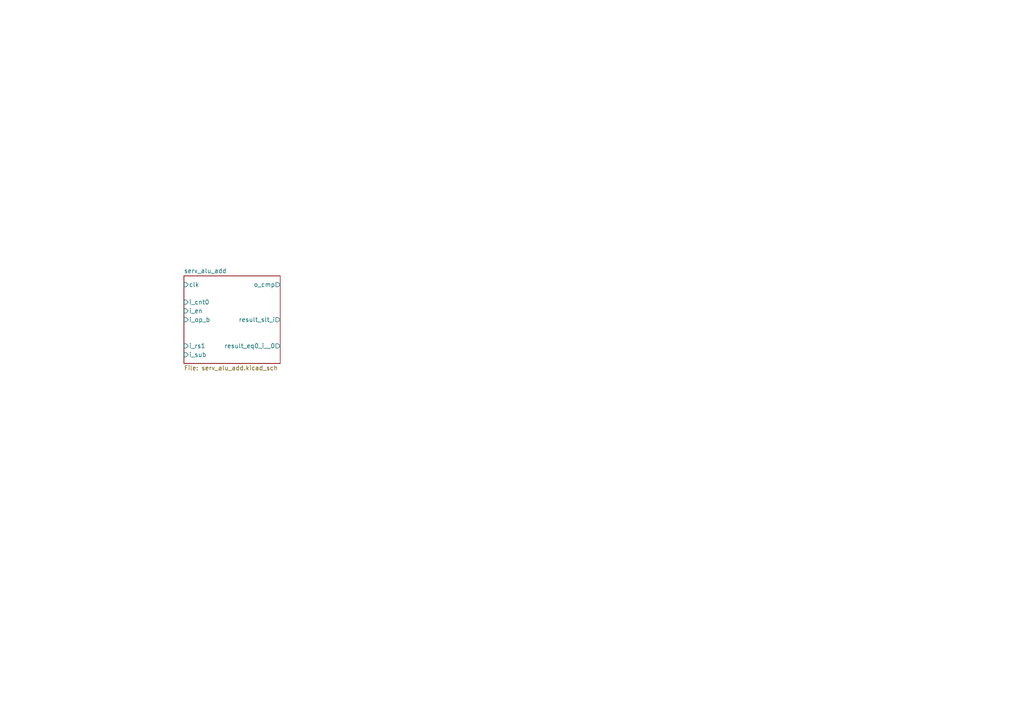
<source format=kicad_sch>
(kicad_sch
	(version 20231120)
	(generator "eeschema")
	(generator_version "8.0")
	(uuid "b21ddf60-bdb0-4827-922f-0bf50b72ef5d")
	(paper "A4")
	(lib_symbols)
	(sheet
		(at 53.34 80.01)
		(size 27.94 25.4)
		(fields_autoplaced yes)
		(stroke
			(width 0.1524)
			(type solid)
		)
		(fill
			(color 0 0 0 0.0000)
		)
		(uuid "0767a5b0-553d-4444-80c1-745a8f7439de")
		(property "Sheetname" "serv_alu_add"
			(at 53.34 79.2984 0)
			(effects
				(font
					(size 1.27 1.27)
				)
				(justify left bottom)
			)
		)
		(property "Sheetfile" "serv_alu_add.kicad_sch"
			(at 53.34 105.9946 0)
			(effects
				(font
					(size 1.27 1.27)
				)
				(justify left top)
			)
		)
		(pin "o_cmp" output
			(at 81.28 82.55 0)
			(effects
				(font
					(size 1.27 1.27)
				)
				(justify right)
			)
			(uuid "21f86fc5-cd6e-44f0-b133-049f0c4889e5")
		)
		(pin "i_sub" input
			(at 53.34 102.87 180)
			(effects
				(font
					(size 1.27 1.27)
				)
				(justify left)
			)
			(uuid "fd3211b3-0baa-410b-b5b1-e66ec8a5402e")
		)
		(pin "i_en" input
			(at 53.34 90.17 180)
			(effects
				(font
					(size 1.27 1.27)
				)
				(justify left)
			)
			(uuid "0760cc13-25d7-4f67-bfd2-471ce502e090")
		)
		(pin "clk" input
			(at 53.34 82.55 180)
			(effects
				(font
					(size 1.27 1.27)
				)
				(justify left)
			)
			(uuid "72b6b1b0-9ef6-41ce-8f4c-ed4ae80cce46")
		)
		(pin "i_op_b" input
			(at 53.34 92.71 180)
			(effects
				(font
					(size 1.27 1.27)
				)
				(justify left)
			)
			(uuid "cd5595d6-5f89-471e-b2ed-2cad8a32cd21")
		)
		(pin "i_rs1" input
			(at 53.34 100.33 180)
			(effects
				(font
					(size 1.27 1.27)
				)
				(justify left)
			)
			(uuid "f0c137e0-f638-487a-a304-3c133ec0463e")
		)
		(pin "result_slt_i" output
			(at 81.28 92.71 0)
			(effects
				(font
					(size 1.27 1.27)
				)
				(justify right)
			)
			(uuid "4cbed8f2-dbff-4f02-91f5-1f59c24c1371")
		)
		(pin "result_eq0_i__0" output
			(at 81.28 100.33 0)
			(effects
				(font
					(size 1.27 1.27)
				)
				(justify right)
			)
			(uuid "3a38753c-a61c-45dc-90ff-d8bdf4b7776b")
		)
		(pin "i_cnt0" input
			(at 53.34 87.63 180)
			(effects
				(font
					(size 1.27 1.27)
				)
				(justify left)
			)
			(uuid "2f846518-72c5-48dd-ae2d-84b253254e32")
		)
		(instances
			(project "serv-hardware"
				(path "/a3abccc6-6f3f-4223-9375-6c7507473c78/0ac05589-c3d0-4957-b26f-6f2f60944639"
					(page "3")
				)
			)
		)
	)
)

</source>
